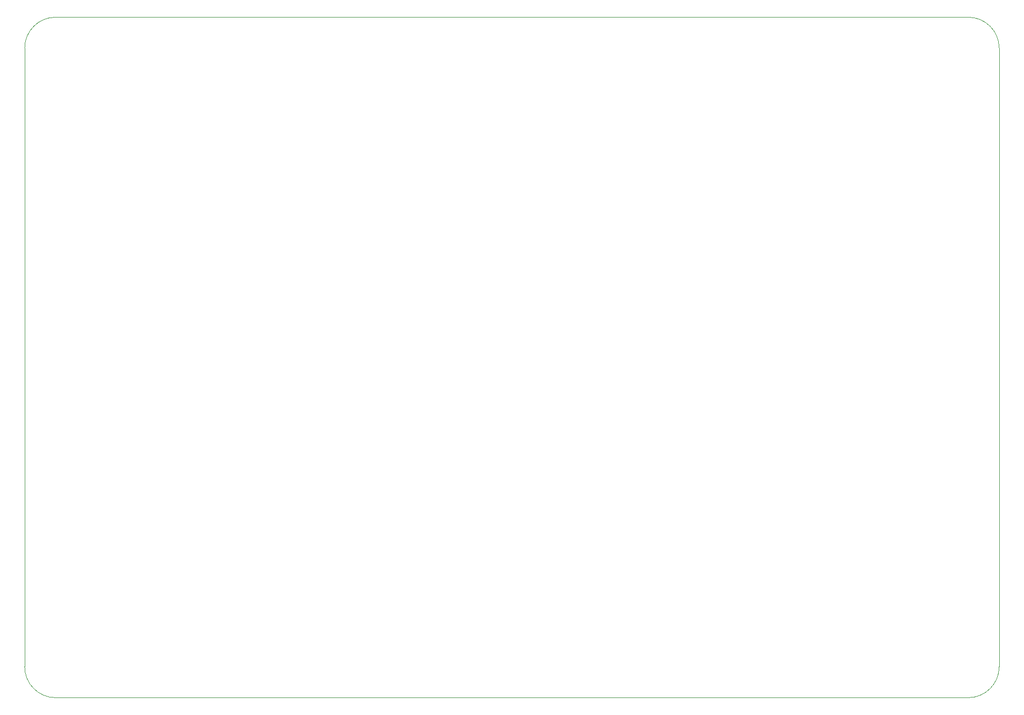
<source format=gbr>
G04 #@! TF.GenerationSoftware,KiCad,Pcbnew,(5.0.1)-4*
G04 #@! TF.CreationDate,2019-03-08T22:54:25+01:00*
G04 #@! TF.ProjectId,PSU - Transformer,505355202D205472616E73666F726D65,rev?*
G04 #@! TF.SameCoordinates,Original*
G04 #@! TF.FileFunction,Profile,NP*
%FSLAX46Y46*%
G04 Gerber Fmt 4.6, Leading zero omitted, Abs format (unit mm)*
G04 Created by KiCad (PCBNEW (5.0.1)-4) date 3/8/2019 10:54:25 PM*
%MOMM*%
%LPD*%
G01*
G04 APERTURE LIST*
%ADD10C,0.100000*%
G04 APERTURE END LIST*
D10*
X223520000Y-27940000D02*
G75*
G02X228600000Y-33020000I0J-5080000D01*
G01*
X228600000Y-134620000D02*
G75*
G02X223520000Y-139700000I-5080000J0D01*
G01*
X73660000Y-139700000D02*
G75*
G02X68580000Y-134620000I0J5080000D01*
G01*
X68580000Y-33020000D02*
G75*
G02X73660000Y-27940000I5080000J0D01*
G01*
X228600000Y-134620000D02*
X228600000Y-33020000D01*
X68580000Y-134620000D02*
X68580000Y-33020000D01*
X223520000Y-139700000D02*
X73660000Y-139700000D01*
X73660000Y-27940000D02*
X223520000Y-27940000D01*
M02*

</source>
